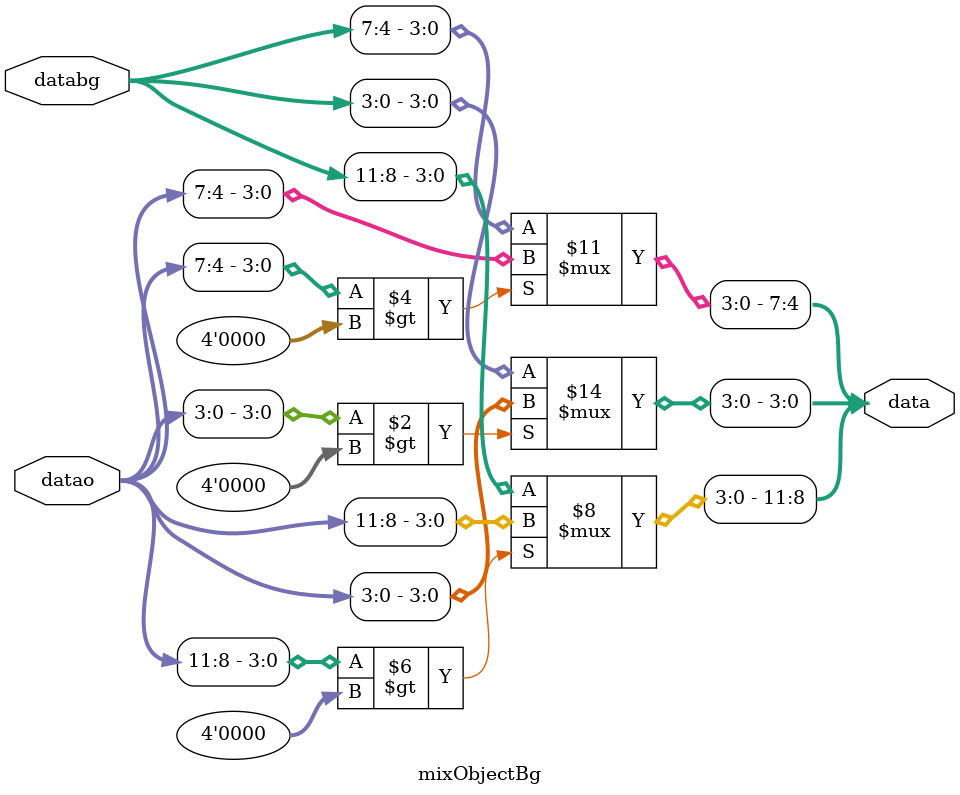
<source format=v>
`timescale 1ns / 1ps


module mixObjectBg(
        input [11:0] databg,
        input [11:0] datao,

        output reg [11:0] data
    );

    always @ (*) begin
        if(datao[3:0] > 4'h0) begin
            data[3:0] = datao[3:0];
        end
        else begin
            data[3:0] = databg[3:0];
        end
    end

    always @ (*) begin
        if(datao[7:4] > 4'h0) begin
            data[7:4] = datao[7:4];
        end
        else begin
            data[7:4] = databg[7:4];
        end
    end

    always @ (*) begin
        if(datao[11:8] > 4'h0) begin
            data[11:8] = datao[11:8];
        end
        else begin
            data[11:8] = databg[11:8];
        end
    end

endmodule

</source>
